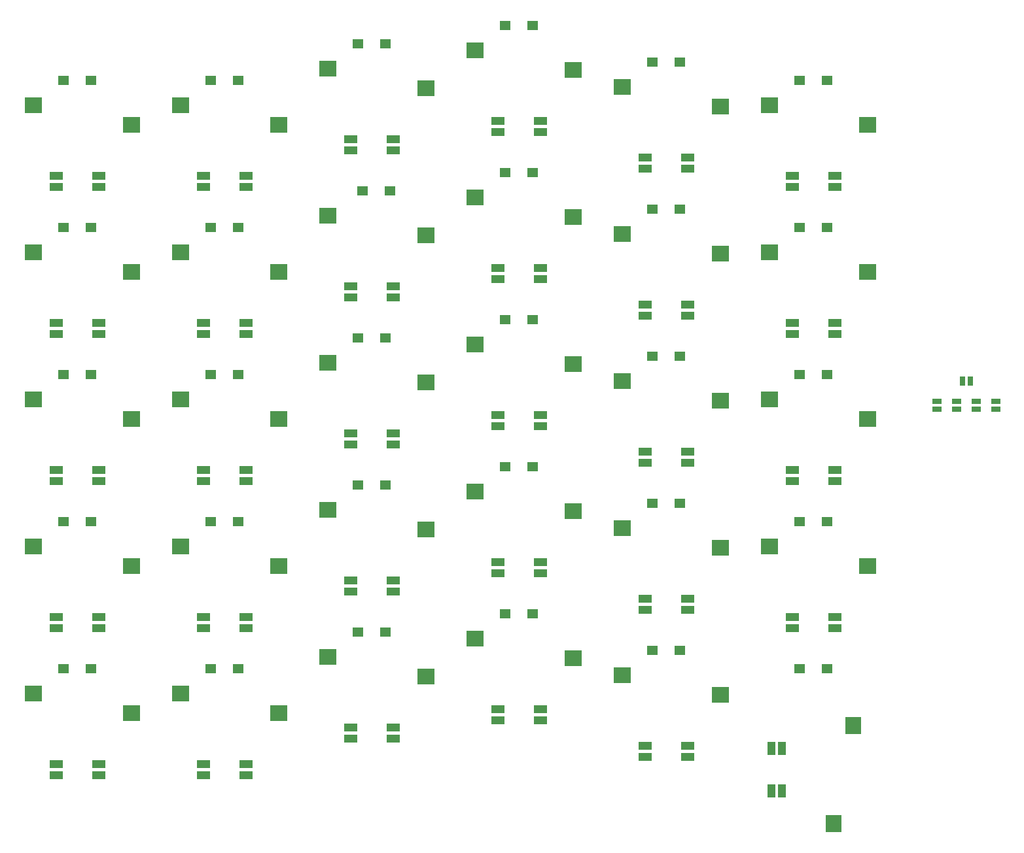
<source format=gbr>
%TF.GenerationSoftware,KiCad,Pcbnew,5.1.9-73d0e3b20d~88~ubuntu18.04.1*%
%TF.CreationDate,2021-03-13T15:22:26+09:00*%
%TF.ProjectId,swallowtail,7377616c-6c6f-4777-9461-696c2e6b6963,rev?*%
%TF.SameCoordinates,Original*%
%TF.FileFunction,Paste,Top*%
%TF.FilePolarity,Positive*%
%FSLAX46Y46*%
G04 Gerber Fmt 4.6, Leading zero omitted, Abs format (unit mm)*
G04 Created by KiCad (PCBNEW 5.1.9-73d0e3b20d~88~ubuntu18.04.1) date 2021-03-13 15:22:26*
%MOMM*%
%LPD*%
G01*
G04 APERTURE LIST*
%ADD10R,2.300000X2.000000*%
%ADD11R,1.400000X1.300000*%
%ADD12R,1.700000X1.000000*%
%ADD13R,1.000000X1.700000*%
%ADD14R,2.000000X2.300000*%
%ADD15R,0.635000X1.143000*%
%ADD16R,1.143000X0.635000*%
G04 APERTURE END LIST*
D10*
%TO.C,SW24*%
X146303125Y-115291875D03*
X133603125Y-112751875D03*
%TD*%
D11*
%TO.C,D1*%
X45828125Y-52387500D03*
X42278125Y-52387500D03*
%TD*%
%TO.C,D2*%
X64878125Y-52387500D03*
X61328125Y-52387500D03*
%TD*%
%TO.C,D3*%
X83928125Y-47625000D03*
X80378125Y-47625000D03*
%TD*%
%TO.C,D4*%
X102978125Y-45243750D03*
X99428125Y-45243750D03*
%TD*%
%TO.C,D5*%
X122028125Y-50006250D03*
X118478125Y-50006250D03*
%TD*%
%TO.C,D6*%
X141078125Y-52387500D03*
X137528125Y-52387500D03*
%TD*%
%TO.C,D7*%
X45828125Y-71437500D03*
X42278125Y-71437500D03*
%TD*%
%TO.C,D8*%
X64878125Y-71437500D03*
X61328125Y-71437500D03*
%TD*%
%TO.C,D9*%
X84534375Y-66675000D03*
X80984375Y-66675000D03*
%TD*%
%TO.C,D10*%
X102978125Y-64293750D03*
X99428125Y-64293750D03*
%TD*%
%TO.C,D11*%
X122028125Y-69056250D03*
X118478125Y-69056250D03*
%TD*%
%TO.C,D12*%
X141078125Y-71437500D03*
X137528125Y-71437500D03*
%TD*%
%TO.C,D13*%
X45828125Y-90487500D03*
X42278125Y-90487500D03*
%TD*%
%TO.C,D14*%
X64878125Y-90487500D03*
X61328125Y-90487500D03*
%TD*%
%TO.C,D15*%
X83928125Y-85725000D03*
X80378125Y-85725000D03*
%TD*%
%TO.C,D16*%
X102978125Y-83343750D03*
X99428125Y-83343750D03*
%TD*%
%TO.C,D17*%
X122028125Y-88106250D03*
X118478125Y-88106250D03*
%TD*%
%TO.C,D18*%
X141078125Y-90487500D03*
X137528125Y-90487500D03*
%TD*%
%TO.C,D19*%
X45828125Y-109537500D03*
X42278125Y-109537500D03*
%TD*%
%TO.C,D20*%
X64878125Y-109537500D03*
X61328125Y-109537500D03*
%TD*%
%TO.C,D21*%
X83928125Y-104775000D03*
X80378125Y-104775000D03*
%TD*%
%TO.C,D22*%
X102978125Y-102393750D03*
X99428125Y-102393750D03*
%TD*%
%TO.C,D23*%
X122028125Y-107156250D03*
X118478125Y-107156250D03*
%TD*%
%TO.C,D24*%
X141078125Y-109537500D03*
X137528125Y-109537500D03*
%TD*%
%TO.C,D25*%
X45828125Y-128587500D03*
X42278125Y-128587500D03*
%TD*%
%TO.C,D26*%
X64878125Y-128587500D03*
X61328125Y-128587500D03*
%TD*%
%TO.C,D27*%
X83928125Y-123825000D03*
X80378125Y-123825000D03*
%TD*%
%TO.C,D28*%
X102978125Y-121443750D03*
X99428125Y-121443750D03*
%TD*%
%TO.C,D29*%
X122028125Y-126206250D03*
X118478125Y-126206250D03*
%TD*%
%TO.C,D30*%
X141078125Y-128587500D03*
X137528125Y-128587500D03*
%TD*%
D12*
%TO.C,LED1*%
X46803125Y-66184375D03*
X46803125Y-64784375D03*
X41303125Y-66184375D03*
X41303125Y-64784375D03*
%TD*%
%TO.C,LED2*%
X65853125Y-66184375D03*
X65853125Y-64784375D03*
X60353125Y-66184375D03*
X60353125Y-64784375D03*
%TD*%
%TO.C,LED3*%
X84903125Y-61421875D03*
X84903125Y-60021875D03*
X79403125Y-61421875D03*
X79403125Y-60021875D03*
%TD*%
%TO.C,LED4*%
X103953125Y-59040625D03*
X103953125Y-57640625D03*
X98453125Y-59040625D03*
X98453125Y-57640625D03*
%TD*%
%TO.C,LED5*%
X123003125Y-63803125D03*
X123003125Y-62403125D03*
X117503125Y-63803125D03*
X117503125Y-62403125D03*
%TD*%
%TO.C,LED6*%
X142053125Y-66184375D03*
X142053125Y-64784375D03*
X136553125Y-66184375D03*
X136553125Y-64784375D03*
%TD*%
%TO.C,LED7*%
X46803125Y-85234375D03*
X46803125Y-83834375D03*
X41303125Y-85234375D03*
X41303125Y-83834375D03*
%TD*%
%TO.C,LED8*%
X65853125Y-85234375D03*
X65853125Y-83834375D03*
X60353125Y-85234375D03*
X60353125Y-83834375D03*
%TD*%
%TO.C,LED9*%
X84903125Y-80471875D03*
X84903125Y-79071875D03*
X79403125Y-80471875D03*
X79403125Y-79071875D03*
%TD*%
%TO.C,LED10*%
X103953125Y-78090625D03*
X103953125Y-76690625D03*
X98453125Y-78090625D03*
X98453125Y-76690625D03*
%TD*%
%TO.C,LED11*%
X123003125Y-82853125D03*
X123003125Y-81453125D03*
X117503125Y-82853125D03*
X117503125Y-81453125D03*
%TD*%
%TO.C,LED12*%
X142053125Y-85234375D03*
X142053125Y-83834375D03*
X136553125Y-85234375D03*
X136553125Y-83834375D03*
%TD*%
%TO.C,LED13*%
X46803125Y-104284375D03*
X46803125Y-102884375D03*
X41303125Y-104284375D03*
X41303125Y-102884375D03*
%TD*%
%TO.C,LED14*%
X65853125Y-104284375D03*
X65853125Y-102884375D03*
X60353125Y-104284375D03*
X60353125Y-102884375D03*
%TD*%
%TO.C,LED15*%
X84903125Y-99521875D03*
X84903125Y-98121875D03*
X79403125Y-99521875D03*
X79403125Y-98121875D03*
%TD*%
%TO.C,LED16*%
X103953125Y-97140625D03*
X103953125Y-95740625D03*
X98453125Y-97140625D03*
X98453125Y-95740625D03*
%TD*%
%TO.C,LED17*%
X123003125Y-101903125D03*
X123003125Y-100503125D03*
X117503125Y-101903125D03*
X117503125Y-100503125D03*
%TD*%
%TO.C,LED18*%
X142053125Y-104284375D03*
X142053125Y-102884375D03*
X136553125Y-104284375D03*
X136553125Y-102884375D03*
%TD*%
%TO.C,LED19*%
X46803125Y-123334375D03*
X46803125Y-121934375D03*
X41303125Y-123334375D03*
X41303125Y-121934375D03*
%TD*%
%TO.C,LED20*%
X65853125Y-123334375D03*
X65853125Y-121934375D03*
X60353125Y-123334375D03*
X60353125Y-121934375D03*
%TD*%
%TO.C,LED21*%
X84903125Y-118571875D03*
X84903125Y-117171875D03*
X79403125Y-118571875D03*
X79403125Y-117171875D03*
%TD*%
%TO.C,LED22*%
X103953125Y-116190625D03*
X103953125Y-114790625D03*
X98453125Y-116190625D03*
X98453125Y-114790625D03*
%TD*%
%TO.C,LED23*%
X123003125Y-120953125D03*
X123003125Y-119553125D03*
X117503125Y-120953125D03*
X117503125Y-119553125D03*
%TD*%
%TO.C,LED24*%
X142053125Y-123334375D03*
X142053125Y-121934375D03*
X136553125Y-123334375D03*
X136553125Y-121934375D03*
%TD*%
%TO.C,LED25*%
X46803125Y-142384375D03*
X46803125Y-140984375D03*
X41303125Y-142384375D03*
X41303125Y-140984375D03*
%TD*%
%TO.C,LED26*%
X65853125Y-142384375D03*
X65853125Y-140984375D03*
X60353125Y-142384375D03*
X60353125Y-140984375D03*
%TD*%
%TO.C,LED27*%
X84903125Y-137621875D03*
X84903125Y-136221875D03*
X79403125Y-137621875D03*
X79403125Y-136221875D03*
%TD*%
%TO.C,LED28*%
X103953125Y-135240625D03*
X103953125Y-133840625D03*
X98453125Y-135240625D03*
X98453125Y-133840625D03*
%TD*%
%TO.C,LED29*%
X123003125Y-140003125D03*
X123003125Y-138603125D03*
X117503125Y-140003125D03*
X117503125Y-138603125D03*
%TD*%
D13*
%TO.C,LED30*%
X133840625Y-144434375D03*
X135240625Y-144434375D03*
X133840625Y-138934375D03*
X135240625Y-138934375D03*
%TD*%
D10*
%TO.C,SW29*%
X127253125Y-131960625D03*
X114553125Y-129420625D03*
%TD*%
%TO.C,SW4*%
X108203125Y-50998125D03*
X95503125Y-48458125D03*
%TD*%
D14*
%TO.C,SW30*%
X141883125Y-148684375D03*
X144423125Y-135984375D03*
%TD*%
D10*
%TO.C,SW25*%
X51053125Y-134341875D03*
X38353125Y-131801875D03*
%TD*%
D15*
%TO.C,JP2*%
X159567880Y-91297135D03*
X158567120Y-91297135D03*
%TD*%
D16*
%TO.C,JP7*%
X162877500Y-94972515D03*
X162877500Y-93971755D03*
%TD*%
%TO.C,JP8*%
X160337500Y-93971755D03*
X160337500Y-94972515D03*
%TD*%
%TO.C,JP9*%
X157797500Y-94972515D03*
X157797500Y-93971755D03*
%TD*%
%TO.C,JP10*%
X155257500Y-93971755D03*
X155257500Y-94972515D03*
%TD*%
D10*
%TO.C,SW1*%
X51053125Y-58141875D03*
X38353125Y-55601875D03*
%TD*%
%TO.C,SW2*%
X57403125Y-55601875D03*
X70103125Y-58141875D03*
%TD*%
%TO.C,SW3*%
X76453125Y-50839375D03*
X89153125Y-53379375D03*
%TD*%
%TO.C,SW5*%
X114553125Y-53220625D03*
X127253125Y-55760625D03*
%TD*%
%TO.C,SW6*%
X133603125Y-55601875D03*
X146303125Y-58141875D03*
%TD*%
%TO.C,SW7*%
X38353125Y-74651875D03*
X51053125Y-77191875D03*
%TD*%
%TO.C,SW8*%
X57403125Y-74651875D03*
X70103125Y-77191875D03*
%TD*%
%TO.C,SW9*%
X89153125Y-72429375D03*
X76453125Y-69889375D03*
%TD*%
%TO.C,SW10*%
X95503125Y-67508125D03*
X108203125Y-70048125D03*
%TD*%
%TO.C,SW11*%
X114553125Y-72270625D03*
X127253125Y-74810625D03*
%TD*%
%TO.C,SW12*%
X133603125Y-74651875D03*
X146303125Y-77191875D03*
%TD*%
%TO.C,SW13*%
X51053125Y-96241875D03*
X38353125Y-93701875D03*
%TD*%
%TO.C,SW14*%
X70103125Y-96241875D03*
X57403125Y-93701875D03*
%TD*%
%TO.C,SW15*%
X76453125Y-88939375D03*
X89153125Y-91479375D03*
%TD*%
%TO.C,SW16*%
X108203125Y-89098125D03*
X95503125Y-86558125D03*
%TD*%
%TO.C,SW17*%
X127253125Y-93860625D03*
X114553125Y-91320625D03*
%TD*%
%TO.C,SW18*%
X146303125Y-96241875D03*
X133603125Y-93701875D03*
%TD*%
%TO.C,SW19*%
X51053125Y-115291875D03*
X38353125Y-112751875D03*
%TD*%
%TO.C,SW20*%
X70103125Y-115291875D03*
X57403125Y-112751875D03*
%TD*%
%TO.C,SW21*%
X89153125Y-110529375D03*
X76453125Y-107989375D03*
%TD*%
%TO.C,SW22*%
X95503125Y-105608125D03*
X108203125Y-108148125D03*
%TD*%
%TO.C,SW23*%
X127253125Y-112910625D03*
X114553125Y-110370625D03*
%TD*%
%TO.C,SW26*%
X57403125Y-131801875D03*
X70103125Y-134341875D03*
%TD*%
%TO.C,SW27*%
X76453125Y-127039375D03*
X89153125Y-129579375D03*
%TD*%
%TO.C,SW28*%
X95503125Y-124658125D03*
X108203125Y-127198125D03*
%TD*%
M02*

</source>
